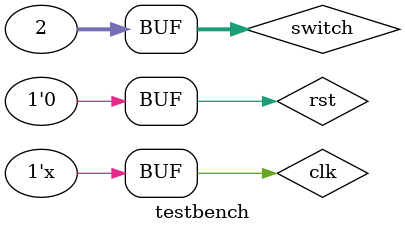
<source format=v>
module testbench();
reg rst,clk;
wire [6:0] led;
wire [7:0] ds;
reg [31:0] switch;
mini_machine MACH(clk,rst, led, ds, switch);
	initial
	begin
		#0 
		clk=0;
		rst=0;
		switch=0;
		#30
		rst=1;
		#50
		rst=0;
		#4000
		switch=1;
		#8000
		switch=2;
	end
	always #20 clk=~clk;
endmodule
</source>
